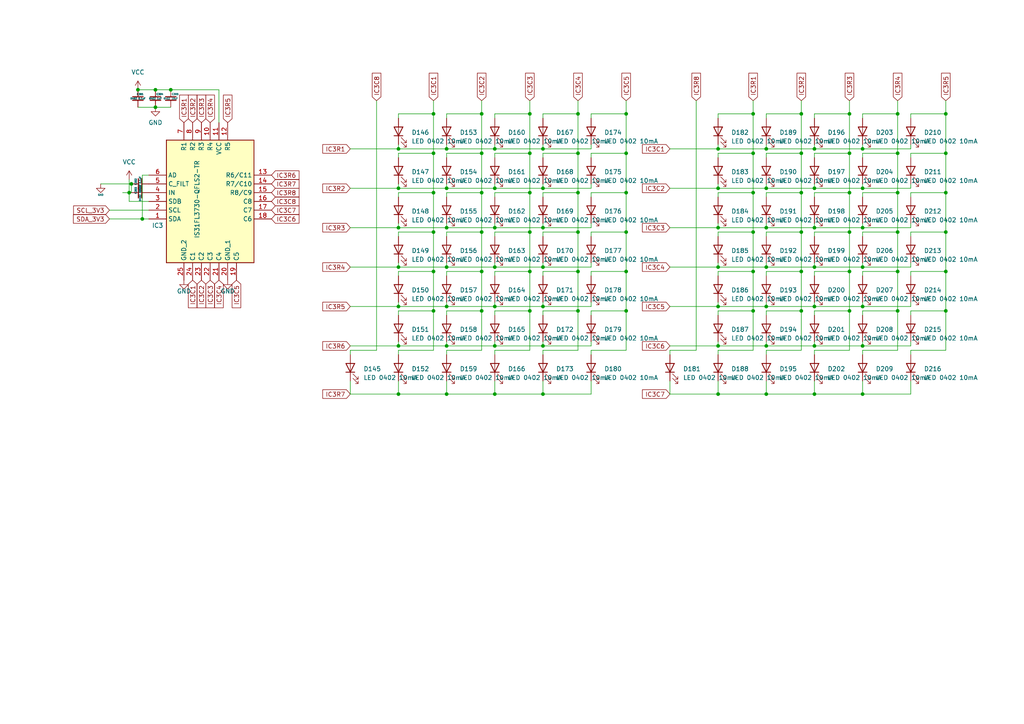
<source format=kicad_sch>
(kicad_sch (version 20231120) (generator "eeschema") (generator_version "8.0")
  (paper "A4")
  (junction (at 157.48 66.04))
  (junction (at 218.44 44.45))
  (junction (at 246.38 67.31))
  (junction (at 236.22 66.04))
  (junction (at 208.28 54.61))
  (junction (at 208.28 66.04))
  (junction (at 157.48 54.61))
  (junction (at 218.44 90.17))
  (junction (at 222.25 66.04))
  (junction (at 115.57 88.9))
  (junction (at 260.35 44.45))
  (junction (at 218.44 67.31))
  (junction (at 157.48 88.9))
  (junction (at 38.1 53.34))
  (junction (at 40.005 26.035))
  (junction (at 246.38 78.74))
  (junction (at 167.64 33.02))
  (junction (at 232.41 44.45))
  (junction (at 208.28 100.33))
  (junction (at 115.57 66.04))
  (junction (at 125.73 78.74))
  (junction (at 157.48 43.18))
  (junction (at 222.25 54.61))
  (junction (at 153.67 44.45))
  (junction (at 115.57 54.61))
  (junction (at 218.44 78.74))
  (junction (at 250.19 66.04))
  (junction (at 250.19 77.47))
  (junction (at 129.54 114.3))
  (junction (at 208.28 88.9))
  (junction (at 129.54 54.61))
  (junction (at 260.35 33.02))
  (junction (at 143.51 88.9))
  (junction (at 274.32 44.45))
  (junction (at 143.51 43.18))
  (junction (at 246.38 90.17))
  (junction (at 153.67 90.17))
  (junction (at 143.51 77.47))
  (junction (at 232.41 90.17))
  (junction (at 260.35 67.31))
  (junction (at 153.67 67.31))
  (junction (at 153.67 55.88))
  (junction (at 250.19 88.9))
  (junction (at 274.32 78.74))
  (junction (at 246.38 55.88))
  (junction (at 49.53 26.035))
  (junction (at 181.61 44.45))
  (junction (at 139.7 90.17))
  (junction (at 236.22 88.9))
  (junction (at 181.61 33.02))
  (junction (at 167.64 44.45))
  (junction (at 139.7 33.02))
  (junction (at 139.7 55.88))
  (junction (at 129.54 77.47))
  (junction (at 222.25 77.47))
  (junction (at 115.57 77.47))
  (junction (at 129.54 43.18))
  (junction (at 274.32 55.88))
  (junction (at 181.61 78.74))
  (junction (at 139.7 78.74))
  (junction (at 125.73 55.88))
  (junction (at 37.465 55.88))
  (junction (at 167.64 55.88))
  (junction (at 153.67 33.02))
  (junction (at 115.57 114.3))
  (junction (at 181.61 67.31))
  (junction (at 232.41 78.74))
  (junction (at 125.73 67.31))
  (junction (at 260.35 78.74))
  (junction (at 143.51 66.04))
  (junction (at 143.51 100.33))
  (junction (at 153.67 78.74))
  (junction (at 222.25 114.3))
  (junction (at 125.73 90.17))
  (junction (at 208.28 114.3))
  (junction (at 115.57 100.33))
  (junction (at 167.64 78.74))
  (junction (at 236.22 114.3))
  (junction (at 139.7 44.45))
  (junction (at 157.48 100.33))
  (junction (at 45.085 26.035))
  (junction (at 222.25 88.9))
  (junction (at 274.32 90.17))
  (junction (at 129.54 88.9))
  (junction (at 143.51 54.61))
  (junction (at 232.41 55.88))
  (junction (at 236.22 100.33))
  (junction (at 157.48 77.47))
  (junction (at 250.19 100.33))
  (junction (at 129.54 100.33))
  (junction (at 208.28 77.47))
  (junction (at 250.19 54.61))
  (junction (at 181.61 90.17))
  (junction (at 167.64 67.31))
  (junction (at 129.54 66.04))
  (junction (at 274.32 67.31))
  (junction (at 139.7 67.31))
  (junction (at 236.22 54.61))
  (junction (at 236.22 77.47))
  (junction (at 232.41 33.02))
  (junction (at 41.275 63.5))
  (junction (at 274.32 33.02))
  (junction (at 115.57 43.18))
  (junction (at 143.51 114.3))
  (junction (at 222.25 43.18))
  (junction (at 250.19 114.3))
  (junction (at 45.085 31.115))
  (junction (at 236.22 43.18))
  (junction (at 181.61 55.88))
  (junction (at 157.48 114.3))
  (junction (at 208.28 43.18))
  (junction (at 246.38 44.45))
  (junction (at 246.38 33.02))
  (junction (at 250.19 43.18))
  (junction (at 218.44 33.02))
  (junction (at 260.35 90.17))
  (junction (at 125.73 44.45))
  (junction (at 125.73 33.02))
  (junction (at 260.35 55.88))
  (junction (at 222.25 100.33))
  (junction (at 167.64 90.17))
  (junction (at 218.44 55.88))
  (junction (at 232.41 67.31))
  (wire (pts (xy 153.67 55.88) (xy 153.67 67.31)))
  (wire (pts (xy 171.45 80.01) (xy 171.45 78.74)))
  (wire (pts (xy 157.48 53.34) (xy 157.48 54.61)))
  (wire (pts (xy 129.54 90.17) (xy 139.7 90.17)))
  (wire (pts (xy 236.22 78.74) (xy 246.38 78.74)))
  (wire (pts (xy 153.67 78.74) (xy 153.67 90.17)))
  (wire (pts (xy 194.31 100.33) (xy 208.28 100.33)))
  (wire (pts (xy 129.54 57.15) (xy 129.54 55.88)))
  (wire (pts (xy 157.48 64.77) (xy 157.48 66.04)))
  (wire (pts (xy 250.19 57.15) (xy 250.19 55.88)))
  (wire (pts (xy 125.73 67.31) (xy 125.73 78.74)))
  (wire (pts (xy 264.16 43.18) (xy 264.16 41.91)))
  (wire (pts (xy 208.28 55.88) (xy 218.44 55.88)))
  (wire (pts (xy 222.25 88.9) (xy 236.22 88.9)))
  (wire (pts (xy 143.51 101.6) (xy 143.51 102.87)))
  (wire (pts (xy 101.6 101.6) (xy 101.6 102.87)))
  (wire (pts (xy 157.48 88.9) (xy 171.45 88.9)))
  (wire (pts (xy 250.19 34.29) (xy 250.19 33.02)))
  (wire (pts (xy 129.54 33.02) (xy 139.7 33.02)))
  (wire (pts (xy 115.57 57.15) (xy 115.57 55.88)))
  (wire (pts (xy 157.48 45.72) (xy 157.48 44.45)))
  (wire (pts (xy 264.16 67.31) (xy 274.32 67.31)))
  (wire (pts (xy 171.45 110.49) (xy 171.45 114.3)))
  (wire (pts (xy 222.25 66.04) (xy 236.22 66.04)))
  (wire (pts (xy 143.51 41.91) (xy 143.51 43.18)))
  (wire (pts (xy 157.48 54.61) (xy 171.45 54.61)))
  (wire (pts (xy 181.61 67.31) (xy 181.61 55.88)))
  (wire (pts (xy 109.22 29.21) (xy 109.22 101.6)))
  (wire (pts (xy 222.25 53.34) (xy 222.25 54.61)))
  (wire (pts (xy 139.7 29.21) (xy 139.7 33.02)))
  (wire (pts (xy 143.51 67.31) (xy 153.67 67.31)))
  (wire (pts (xy 236.22 101.6) (xy 236.22 102.87)))
  (wire (pts (xy 129.54 66.04) (xy 143.51 66.04)))
  (wire (pts (xy 157.48 76.2) (xy 157.48 77.47)))
  (wire (pts (xy 157.48 78.74) (xy 167.64 78.74)))
  (wire (pts (xy 115.57 91.44) (xy 115.57 90.17)))
  (wire (pts (xy 218.44 29.21) (xy 218.44 33.02)))
  (wire (pts (xy 274.32 33.02) (xy 274.32 29.21)))
  (wire (pts (xy 139.7 101.6) (xy 129.54 101.6)))
  (wire (pts (xy 143.51 88.9) (xy 157.48 88.9)))
  (wire (pts (xy 208.28 68.58) (xy 208.28 67.31)))
  (wire (pts (xy 194.31 88.9) (xy 208.28 88.9)))
  (wire (pts (xy 208.28 66.04) (xy 222.25 66.04)))
  (wire (pts (xy 157.48 99.06) (xy 157.48 100.33)))
  (wire (pts (xy 250.19 99.06) (xy 250.19 100.33)))
  (wire (pts (xy 129.54 54.61) (xy 143.51 54.61)))
  (wire (pts (xy 208.28 91.44) (xy 208.28 90.17)))
  (wire (pts (xy 236.22 34.29) (xy 236.22 33.02)))
  (wire (pts (xy 264.16 68.58) (xy 264.16 67.31)))
  (wire (pts (xy 115.57 99.06) (xy 115.57 100.33)))
  (wire (pts (xy 250.19 110.49) (xy 250.19 114.3)))
  (wire (pts (xy 167.64 101.6) (xy 157.48 101.6)))
  (wire (pts (xy 143.51 80.01) (xy 143.51 78.74)))
  (wire (pts (xy 260.35 55.88) (xy 260.35 67.31)))
  (wire (pts (xy 236.22 68.58) (xy 236.22 67.31)))
  (wire (pts (xy 143.51 33.02) (xy 153.67 33.02)))
  (wire (pts (xy 222.25 44.45) (xy 232.41 44.45)))
  (wire (pts (xy 171.45 88.9) (xy 171.45 87.63)))
  (wire (pts (xy 208.28 44.45) (xy 218.44 44.45)))
  (wire (pts (xy 143.51 66.04) (xy 157.48 66.04)))
  (wire (pts (xy 143.51 99.06) (xy 143.51 100.33)))
  (wire (pts (xy 181.61 44.45) (xy 181.61 33.02)))
  (wire (pts (xy 49.53 26.035) (xy 45.085 26.035)))
  (wire (pts (xy 264.16 57.15) (xy 264.16 55.88)))
  (wire (pts (xy 153.67 44.45) (xy 153.67 55.88)))
  (wire (pts (xy 264.16 66.04) (xy 264.16 64.77)))
  (wire (pts (xy 129.54 80.01) (xy 129.54 78.74)))
  (wire (pts (xy 218.44 67.31) (xy 218.44 78.74)))
  (wire (pts (xy 222.25 91.44) (xy 222.25 90.17)))
  (wire (pts (xy 194.31 43.18) (xy 208.28 43.18)))
  (wire (pts (xy 264.16 78.74) (xy 274.32 78.74)))
  (wire (pts (xy 129.54 76.2) (xy 129.54 77.47)))
  (wire (pts (xy 246.38 55.88) (xy 246.38 67.31)))
  (wire (pts (xy 167.64 29.21) (xy 167.64 33.02)))
  (wire (pts (xy 232.41 29.21) (xy 232.41 33.02)))
  (wire (pts (xy 274.32 44.45) (xy 274.32 33.02)))
  (wire (pts (xy 236.22 100.33) (xy 250.19 100.33)))
  (wire (pts (xy 143.51 64.77) (xy 143.51 66.04)))
  (wire (pts (xy 129.54 41.91) (xy 129.54 43.18)))
  (wire (pts (xy 143.51 77.47) (xy 157.48 77.47)))
  (wire (pts (xy 218.44 33.02) (xy 218.44 44.45)))
  (wire (pts (xy 115.57 80.01) (xy 115.57 78.74)))
  (wire (pts (xy 232.41 78.74) (xy 232.41 90.17)))
  (wire (pts (xy 167.64 33.02) (xy 167.64 44.45)))
  (wire (pts (xy 129.54 43.18) (xy 143.51 43.18)))
  (wire (pts (xy 143.51 110.49) (xy 143.51 114.3)))
  (wire (pts (xy 260.35 78.74) (xy 260.35 90.17)))
  (wire (pts (xy 264.16 91.44) (xy 264.16 90.17)))
  (wire (pts (xy 171.45 66.04) (xy 171.45 64.77)))
  (wire (pts (xy 101.6 114.3) (xy 115.57 114.3)))
  (wire (pts (xy 208.28 80.01) (xy 208.28 78.74)))
  (wire (pts (xy 222.25 76.2) (xy 222.25 77.47)))
  (wire (pts (xy 115.57 101.6) (xy 115.57 102.87)))
  (wire (pts (xy 115.57 41.91) (xy 115.57 43.18)))
  (wire (pts (xy 37.465 52.07) (xy 37.465 55.88)))
  (wire (pts (xy 246.38 78.74) (xy 246.38 90.17)))
  (wire (pts (xy 236.22 64.77) (xy 236.22 66.04)))
  (wire (pts (xy 208.28 100.33) (xy 222.25 100.33)))
  (wire (pts (xy 129.54 77.47) (xy 143.51 77.47)))
  (wire (pts (xy 157.48 55.88) (xy 167.64 55.88)))
  (wire (pts (xy 222.25 87.63) (xy 222.25 88.9)))
  (wire (pts (xy 246.38 33.02) (xy 246.38 44.45)))
  (wire (pts (xy 264.16 54.61) (xy 264.16 53.34)))
  (wire (pts (xy 157.48 87.63) (xy 157.48 88.9)))
  (wire (pts (xy 143.51 44.45) (xy 153.67 44.45)))
  (wire (pts (xy 125.73 78.74) (xy 125.73 90.17)))
  (wire (pts (xy 171.45 43.18) (xy 171.45 41.91)))
  (wire (pts (xy 222.25 54.61) (xy 236.22 54.61)))
  (wire (pts (xy 194.31 54.61) (xy 208.28 54.61)))
  (wire (pts (xy 264.16 44.45) (xy 274.32 44.45)))
  (wire (pts (xy 143.51 68.58) (xy 143.51 67.31)))
  (wire (pts (xy 218.44 44.45) (xy 218.44 55.88)))
  (wire (pts (xy 264.16 45.72) (xy 264.16 44.45)))
  (wire (pts (xy 236.22 57.15) (xy 236.22 55.88)))
  (wire (pts (xy 167.64 90.17) (xy 167.64 101.6)))
  (wire (pts (xy 201.93 29.21) (xy 201.93 101.6)))
  (wire (pts (xy 115.57 68.58) (xy 115.57 67.31)))
  (wire (pts (xy 246.38 101.6) (xy 236.22 101.6)))
  (wire (pts (xy 236.22 53.34) (xy 236.22 54.61)))
  (wire (pts (xy 264.16 101.6) (xy 274.32 101.6)))
  (wire (pts (xy 115.57 90.17) (xy 125.73 90.17)))
  (wire (pts (xy 171.45 44.45) (xy 181.61 44.45)))
  (wire (pts (xy 236.22 54.61) (xy 250.19 54.61)))
  (wire (pts (xy 264.16 34.29) (xy 264.16 33.02)))
  (wire (pts (xy 250.19 77.47) (xy 264.16 77.47)))
  (wire (pts (xy 246.38 90.17) (xy 246.38 101.6)))
  (wire (pts (xy 143.51 78.74) (xy 153.67 78.74)))
  (wire (pts (xy 208.28 34.29) (xy 208.28 33.02)))
  (wire (pts (xy 250.19 101.6) (xy 250.19 102.87)))
  (wire (pts (xy 208.28 76.2) (xy 208.28 77.47)))
  (wire (pts (xy 157.48 101.6) (xy 157.48 102.87)))
  (wire (pts (xy 157.48 100.33) (xy 171.45 100.33)))
  (wire (pts (xy 232.41 101.6) (xy 222.25 101.6)))
  (wire (pts (xy 153.67 90.17) (xy 153.67 101.6)))
  (wire (pts (xy 49.53 31.115) (xy 45.085 31.115)))
  (wire (pts (xy 264.16 33.02) (xy 274.32 33.02)))
  (wire (pts (xy 157.48 110.49) (xy 157.48 114.3)))
  (wire (pts (xy 157.48 67.31) (xy 167.64 67.31)))
  (wire (pts (xy 208.28 78.74) (xy 218.44 78.74)))
  (wire (pts (xy 167.64 44.45) (xy 167.64 55.88)))
  (wire (pts (xy 208.28 77.47) (xy 222.25 77.47)))
  (wire (pts (xy 218.44 78.74) (xy 218.44 90.17)))
  (wire (pts (xy 222.25 33.02) (xy 232.41 33.02)))
  (wire (pts (xy 250.19 41.91) (xy 250.19 43.18)))
  (wire (pts (xy 194.31 77.47) (xy 208.28 77.47)))
  (wire (pts (xy 115.57 53.34) (xy 115.57 54.61)))
  (wire (pts (xy 171.45 91.44) (xy 171.45 90.17)))
  (wire (pts (xy 236.22 114.3) (xy 250.19 114.3)))
  (wire (pts (xy 139.7 55.88) (xy 139.7 67.31)))
  (wire (pts (xy 115.57 34.29) (xy 115.57 33.02)))
  (wire (pts (xy 274.32 55.88) (xy 274.32 44.45)))
  (wire (pts (xy 31.75 63.5) (xy 41.275 63.5)))
  (wire (pts (xy 250.19 54.61) (xy 264.16 54.61)))
  (wire (pts (xy 40.005 26.035) (xy 45.085 26.035)))
  (wire (pts (xy 208.28 110.49) (xy 208.28 114.3)))
  (wire (pts (xy 129.54 91.44) (xy 129.54 90.17)))
  (wire (pts (xy 222.25 110.49) (xy 222.25 114.3)))
  (wire (pts (xy 274.32 78.74) (xy 274.32 67.31)))
  (wire (pts (xy 101.6 54.61) (xy 115.57 54.61)))
  (wire (pts (xy 167.64 67.31) (xy 167.64 78.74)))
  (wire (pts (xy 129.54 101.6) (xy 129.54 102.87)))
  (wire (pts (xy 157.48 90.17) (xy 167.64 90.17)))
  (wire (pts (xy 115.57 88.9) (xy 129.54 88.9)))
  (wire (pts (xy 232.41 90.17) (xy 232.41 101.6)))
  (wire (pts (xy 115.57 55.88) (xy 125.73 55.88)))
  (wire (pts (xy 129.54 64.77) (xy 129.54 66.04)))
  (wire (pts (xy 139.7 90.17) (xy 139.7 101.6)))
  (wire (pts (xy 41.275 63.5) (xy 43.18 63.5)))
  (wire (pts (xy 260.35 90.17) (xy 260.35 101.6)))
  (wire (pts (xy 222.25 57.15) (xy 222.25 55.88)))
  (wire (pts (xy 157.48 33.02) (xy 167.64 33.02)))
  (wire (pts (xy 222.25 64.77) (xy 222.25 66.04)))
  (wire (pts (xy 129.54 44.45) (xy 139.7 44.45)))
  (wire (pts (xy 250.19 100.33) (xy 264.16 100.33)))
  (wire (pts (xy 181.61 90.17) (xy 181.61 78.74)))
  (wire (pts (xy 232.41 55.88) (xy 232.41 67.31)))
  (wire (pts (xy 171.45 101.6) (xy 171.45 102.87)))
  (wire (pts (xy 31.75 60.96) (xy 43.18 60.96)))
  (wire (pts (xy 157.48 57.15) (xy 157.48 55.88)))
  (wire (pts (xy 274.32 90.17) (xy 274.32 78.74)))
  (wire (pts (xy 143.51 76.2) (xy 143.51 77.47)))
  (wire (pts (xy 129.54 45.72) (xy 129.54 44.45)))
  (wire (pts (xy 125.73 33.02) (xy 125.73 44.45)))
  (wire (pts (xy 143.51 53.34) (xy 143.51 54.61)))
  (wire (pts (xy 45.085 31.115) (xy 40.005 31.115)))
  (wire (pts (xy 115.57 78.74) (xy 125.73 78.74)))
  (wire (pts (xy 250.19 67.31) (xy 260.35 67.31)))
  (wire (pts (xy 101.6 66.04) (xy 115.57 66.04)))
  (wire (pts (xy 38.1 53.34) (xy 38.1 55.88)))
  (wire (pts (xy 194.31 66.04) (xy 208.28 66.04)))
  (wire (pts (xy 236.22 77.47) (xy 250.19 77.47)))
  (wire (pts (xy 222.25 68.58) (xy 222.25 67.31)))
  (wire (pts (xy 208.28 67.31) (xy 218.44 67.31)))
  (wire (pts (xy 222.25 114.3) (xy 236.22 114.3)))
  (wire (pts (xy 236.22 110.49) (xy 236.22 114.3)))
  (wire (pts (xy 143.51 91.44) (xy 143.51 90.17)))
  (wire (pts (xy 218.44 90.17) (xy 218.44 101.6)))
  (wire (pts (xy 260.35 101.6) (xy 250.19 101.6)))
  (wire (pts (xy 208.28 101.6) (xy 208.28 102.87)))
  (wire (pts (xy 101.6 88.9) (xy 115.57 88.9)))
  (wire (pts (xy 246.38 29.21) (xy 246.38 33.02)))
  (wire (pts (xy 101.6 100.33) (xy 115.57 100.33)))
  (wire (pts (xy 222.25 99.06) (xy 222.25 100.33)))
  (wire (pts (xy 264.16 55.88) (xy 274.32 55.88)))
  (wire (pts (xy 208.28 41.91) (xy 208.28 43.18)))
  (wire (pts (xy 232.41 67.31) (xy 232.41 78.74)))
  (wire (pts (xy 125.73 90.17) (xy 125.73 101.6)))
  (wire (pts (xy 232.41 33.02) (xy 232.41 44.45)))
  (wire (pts (xy 157.48 34.29) (xy 157.48 33.02)))
  (wire (pts (xy 129.54 34.29) (xy 129.54 33.02)))
  (wire (pts (xy 35.56 55.88) (xy 37.465 55.88)))
  (wire (pts (xy 171.45 57.15) (xy 171.45 55.88)))
  (wire (pts (xy 139.7 33.02) (xy 139.7 44.45)))
  (wire (pts (xy 218.44 55.88) (xy 218.44 67.31)))
  (wire (pts (xy 125.73 29.21) (xy 125.73 33.02)))
  (wire (pts (xy 101.6 114.3) (xy 101.6 110.49)))
  (wire (pts (xy 115.57 100.33) (xy 129.54 100.33)))
  (wire (pts (xy 250.19 90.17) (xy 260.35 90.17)))
  (wire (pts (xy 115.57 64.77) (xy 115.57 66.04)))
  (wire (pts (xy 171.45 33.02) (xy 181.61 33.02)))
  (wire (pts (xy 157.48 66.04) (xy 171.45 66.04)))
  (wire (pts (xy 157.48 43.18) (xy 171.45 43.18)))
  (wire (pts (xy 222.25 78.74) (xy 232.41 78.74)))
  (wire (pts (xy 171.45 78.74) (xy 181.61 78.74)))
  (wire (pts (xy 129.54 55.88) (xy 139.7 55.88)))
  (wire (pts (xy 157.48 44.45) (xy 167.64 44.45)))
  (wire (pts (xy 143.51 100.33) (xy 157.48 100.33)))
  (wire (pts (xy 236.22 33.02) (xy 246.38 33.02)))
  (wire (pts (xy 250.19 78.74) (xy 260.35 78.74)))
  (wire (pts (xy 208.28 43.18) (xy 222.25 43.18)))
  (wire (pts (xy 171.45 77.47) (xy 171.45 76.2)))
  (wire (pts (xy 208.28 99.06) (xy 208.28 100.33)))
  (wire (pts (xy 171.45 68.58) (xy 171.45 67.31)))
  (wire (pts (xy 115.57 67.31) (xy 125.73 67.31)))
  (wire (pts (xy 157.48 68.58) (xy 157.48 67.31)))
  (wire (pts (xy 139.7 67.31) (xy 139.7 78.74)))
  (wire (pts (xy 236.22 45.72) (xy 236.22 44.45)))
  (wire (pts (xy 194.31 114.3) (xy 194.31 110.49)))
  (wire (pts (xy 250.19 76.2) (xy 250.19 77.47)))
  (wire (pts (xy 125.73 101.6) (xy 115.57 101.6)))
  (wire (pts (xy 250.19 53.34) (xy 250.19 54.61)))
  (wire (pts (xy 157.48 91.44) (xy 157.48 90.17)))
  (wire (pts (xy 201.93 101.6) (xy 194.31 101.6)))
  (wire (pts (xy 250.19 68.58) (xy 250.19 67.31)))
  (wire (pts (xy 101.6 77.47) (xy 115.57 77.47)))
  (wire (pts (xy 250.19 66.04) (xy 264.16 66.04)))
  (wire (pts (xy 222.25 34.29) (xy 222.25 33.02)))
  (wire (pts (xy 181.61 78.74) (xy 181.61 67.31)))
  (wire (pts (xy 63.5 35.56) (xy 63.5 26.035)))
  (wire (pts (xy 250.19 114.3) (xy 264.16 114.3)))
  (wire (pts (xy 218.44 101.6) (xy 208.28 101.6)))
  (wire (pts (xy 139.7 78.74) (xy 139.7 90.17)))
  (wire (pts (xy 129.54 99.06) (xy 129.54 100.33)))
  (wire (pts (xy 115.57 77.47) (xy 129.54 77.47)))
  (wire (pts (xy 250.19 64.77) (xy 250.19 66.04)))
  (wire (pts (xy 236.22 99.06) (xy 236.22 100.33)))
  (wire (pts (xy 129.54 67.31) (xy 139.7 67.31)))
  (wire (pts (xy 157.48 77.47) (xy 171.45 77.47)))
  (wire (pts (xy 236.22 91.44) (xy 236.22 90.17)))
  (wire (pts (xy 250.19 80.01) (xy 250.19 78.74)))
  (wire (pts (xy 143.51 90.17) (xy 153.67 90.17)))
  (wire (pts (xy 264.16 77.47) (xy 264.16 76.2)))
  (wire (pts (xy 129.54 88.9) (xy 143.51 88.9)))
  (wire (pts (xy 250.19 43.18) (xy 264.16 43.18)))
  (wire (pts (xy 129.54 87.63) (xy 129.54 88.9)))
  (wire (pts (xy 222.25 55.88) (xy 232.41 55.88)))
  (wire (pts (xy 260.35 44.45) (xy 260.35 55.88)))
  (wire (pts (xy 264.16 90.17) (xy 274.32 90.17)))
  (wire (pts (xy 153.67 101.6) (xy 143.51 101.6)))
  (wire (pts (xy 222.25 77.47) (xy 236.22 77.47)))
  (wire (pts (xy 222.25 90.17) (xy 232.41 90.17)))
  (wire (pts (xy 101.6 43.18) (xy 115.57 43.18)))
  (wire (pts (xy 157.48 114.3) (xy 171.45 114.3)))
  (wire (pts (xy 167.64 55.88) (xy 167.64 67.31)))
  (wire (pts (xy 157.48 41.91) (xy 157.48 43.18)))
  (wire (pts (xy 236.22 66.04) (xy 250.19 66.04)))
  (wire (pts (xy 181.61 33.02) (xy 181.61 29.21)))
  (wire (pts (xy 236.22 76.2) (xy 236.22 77.47)))
  (wire (pts (xy 222.25 41.91) (xy 222.25 43.18)))
  (wire (pts (xy 236.22 87.63) (xy 236.22 88.9)))
  (wire (pts (xy 236.22 44.45) (xy 246.38 44.45)))
  (wire (pts (xy 236.22 80.01) (xy 236.22 78.74)))
  (wire (pts (xy 143.51 87.63) (xy 143.51 88.9)))
  (wire (pts (xy 143.51 57.15) (xy 143.51 55.88)))
  (wire (pts (xy 236.22 88.9) (xy 250.19 88.9)))
  (wire (pts (xy 143.51 45.72) (xy 143.51 44.45)))
  (wire (pts (xy 194.31 114.3) (xy 208.28 114.3)))
  (wire (pts (xy 157.48 80.01) (xy 157.48 78.74)))
  (wire (pts (xy 194.31 101.6) (xy 194.31 102.87)))
  (wire (pts (xy 171.45 100.33) (xy 171.45 99.06)))
  (wire (pts (xy 37.465 55.88) (xy 37.465 58.42)))
  (wire (pts (xy 264.16 101.6) (xy 264.16 102.87)))
  (wire (pts (xy 167.64 78.74) (xy 167.64 90.17)))
  (wire (pts (xy 208.28 87.63) (xy 208.28 88.9)))
  (wire (pts (xy 274.32 101.6) (xy 274.32 90.17)))
  (wire (pts (xy 41.275 50.8) (xy 43.18 50.8)))
  (wire (pts (xy 250.19 88.9) (xy 264.16 88.9)))
  (wire (pts (xy 222.25 101.6) (xy 222.25 102.87)))
  (wire (pts (xy 153.67 29.21) (xy 153.67 33.02)))
  (wire (pts (xy 171.45 67.31) (xy 181.61 67.31)))
  (wire (pts (xy 236.22 41.91) (xy 236.22 43.18)))
  (wire (pts (xy 246.38 44.45) (xy 246.38 55.88)))
  (wire (pts (xy 250.19 91.44) (xy 250.19 90.17)))
  (wire (pts (xy 115.57 110.49) (xy 115.57 114.3)))
  (wire (pts (xy 236.22 90.17) (xy 246.38 90.17)))
  (wire (pts (xy 232.41 44.45) (xy 232.41 55.88)))
  (wire (pts (xy 250.19 33.02) (xy 260.35 33.02)))
  (wire (pts (xy 125.73 44.45) (xy 125.73 55.88)))
  (wire (pts (xy 115.57 45.72) (xy 115.57 44.45)))
  (wire (pts (xy 171.45 45.72) (xy 171.45 44.45)))
  (wire (pts (xy 208.28 90.17) (xy 218.44 90.17)))
  (wire (pts (xy 143.51 43.18) (xy 157.48 43.18)))
  (wire (pts (xy 41.275 63.5) (xy 41.275 50.8)))
  (wire (pts (xy 171.45 90.17) (xy 181.61 90.17)))
  (wire (pts (xy 208.28 64.77) (xy 208.28 66.04)))
  (wire (pts (xy 171.45 34.29) (xy 171.45 33.02)))
  (wire (pts (xy 129.54 68.58) (xy 129.54 67.31)))
  (wire (pts (xy 222.25 100.33) (xy 236.22 100.33)))
  (wire (pts (xy 260.35 29.21) (xy 260.35 33.02)))
  (wire (pts (xy 129.54 100.33) (xy 143.51 100.33)))
  (wire (pts (xy 49.53 26.035) (xy 63.5 26.035)))
  (wire (pts (xy 222.25 80.01) (xy 222.25 78.74)))
  (wire (pts (xy 264.16 88.9) (xy 264.16 87.63)))
  (wire (pts (xy 236.22 67.31) (xy 246.38 67.31)))
  (wire (pts (xy 171.45 54.61) (xy 171.45 53.34)))
  (wire (pts (xy 250.19 44.45) (xy 260.35 44.45)))
  (wire (pts (xy 246.38 67.31) (xy 246.38 78.74)))
  (wire (pts (xy 274.32 67.31) (xy 274.32 55.88)))
  (wire (pts (xy 153.67 33.02) (xy 153.67 44.45)))
  (wire (pts (xy 208.28 33.02) (xy 218.44 33.02)))
  (wire (pts (xy 208.28 88.9) (xy 222.25 88.9)))
  (wire (pts (xy 38.1 53.34) (xy 29.21 53.34)))
  (wire (pts (xy 143.51 114.3) (xy 157.48 114.3)))
  (wire (pts (xy 115.57 54.61) (xy 129.54 54.61)))
  (wire (pts (xy 208.28 114.3) (xy 222.25 114.3)))
  (wire (pts (xy 208.28 54.61) (xy 222.25 54.61)))
  (wire (pts (xy 125.73 55.88) (xy 125.73 67.31)))
  (wire (pts (xy 129.54 78.74) (xy 139.7 78.74)))
  (wire (pts (xy 208.28 45.72) (xy 208.28 44.45)))
  (wire (pts (xy 143.51 55.88) (xy 153.67 55.88)))
  (wire (pts (xy 139.7 44.45) (xy 139.7 55.88)))
  (wire (pts (xy 260.35 33.02) (xy 260.35 44.45)))
  (wire (pts (xy 260.35 67.31) (xy 260.35 78.74)))
  (wire (pts (xy 264.16 80.01) (xy 264.16 78.74)))
  (wire (pts (xy 236.22 55.88) (xy 246.38 55.88)))
  (wire (pts (xy 153.67 67.31) (xy 153.67 78.74)))
  (wire (pts (xy 250.19 55.88) (xy 260.35 55.88)))
  (wire (pts (xy 250.19 45.72) (xy 250.19 44.45)))
  (wire (pts (xy 129.54 110.49) (xy 129.54 114.3)))
  (wire (pts (xy 115.57 66.04) (xy 129.54 66.04)))
  (wire (pts (xy 181.61 55.88) (xy 181.61 44.45)))
  (wire (pts (xy 236.22 43.18) (xy 250.19 43.18)))
  (wire (pts (xy 250.19 87.63) (xy 250.19 88.9)))
  (wire (pts (xy 222.25 43.18) (xy 236.22 43.18)))
  (wire (pts (xy 129.54 114.3) (xy 143.51 114.3)))
  (wire (pts (xy 181.61 101.6) (xy 181.61 90.17)))
  (wire (pts (xy 115.57 44.45) (xy 125.73 44.45)))
  (wire (pts (xy 222.25 45.72) (xy 222.25 44.45)))
  (wire (pts (xy 115.57 114.3) (xy 129.54 114.3)))
  (wire (pts (xy 171.45 55.88) (xy 181.61 55.88)))
  (wire (pts (xy 115.57 33.02) (xy 125.73 33.02)))
  (wire (pts (xy 129.54 53.34) (xy 129.54 54.61)))
  (wire (pts (xy 264.16 110.49) (xy 264.16 114.3)))
  (wire (pts (xy 115.57 43.18) (xy 129.54 43.18)))
  (wire (pts (xy 208.28 53.34) (xy 208.28 54.61)))
  (wire (pts (xy 109.22 101.6) (xy 101.6 101.6)))
  (wire (pts (xy 143.51 54.61) (xy 157.48 54.61)))
  (wire (pts (xy 37.465 58.42) (xy 43.18 58.42)))
  (wire (pts (xy 208.28 57.15) (xy 208.28 55.88)))
  (wire (pts (xy 115.57 76.2) (xy 115.57 77.47)))
  (wire (pts (xy 264.16 100.33) (xy 264.16 99.06)))
  (wire (pts (xy 115.57 87.63) (xy 115.57 88.9)))
  (wire (pts (xy 171.45 101.6) (xy 181.61 101.6)))
  (wire (pts (xy 143.51 34.29) (xy 143.51 33.02)))
  (wire (pts (xy 222.25 67.31) (xy 232.41 67.31)))
  (global_label "IC3C4" (shape input) (at 194.31 77.47 180) (property "Intersheetrefs" "${INTERSHEET_REFS}" (effects (hide yes))))
  (global_label "IC3R7" (shape input) (at 101.6 114.3 180) (property "Intersheetrefs" "${INTERSHEET_REFS}" (effects (hide yes))))
  (global_label "IC3R1" (shape input) (at 218.44 29.21 90) (property "Intersheetrefs" "${INTERSHEET_REFS}" (effects (hide yes))))
  (global_label "IC3R4" (shape input) (at 60.96 35.56 90) (property "Intersheetrefs" "${INTERSHEET_REFS}" (effects (hide yes))))
  (global_label "IC3C8" (shape input) (at 78.74 58.42 0) (property "Intersheetrefs" "${INTERSHEET_REFS}" (effects (hide yes))))
  (global_label "IC3R1" (shape input) (at 53.34 35.56 90) (property "Intersheetrefs" "${INTERSHEET_REFS}" (effects (hide yes))))
  (global_label "IC3C6" (shape input) (at 78.74 63.5 0) (property "Intersheetrefs" "${INTERSHEET_REFS}" (effects (hide yes))))
  (global_label "IC3C5" (shape input) (at 68.58 81.28 270) (property "Intersheetrefs" "${INTERSHEET_REFS}" (effects (hide yes))))
  (global_label "IC3C1" (shape input) (at 125.73 29.21 90) (property "Intersheetrefs" "${INTERSHEET_REFS}" (effects (hide yes))))
  (global_label "IC3C3" (shape input) (at 153.67 29.21 90) (property "Intersheetrefs" "${INTERSHEET_REFS}" (effects (hide yes))))
  (global_label "IC3C5" (shape input) (at 194.31 88.9 180) (property "Intersheetrefs" "${INTERSHEET_REFS}" (effects (hide yes))))
  (global_label "IC3R2" (shape input) (at 55.88 35.56 90) (property "Intersheetrefs" "${INTERSHEET_REFS}" (effects (hide yes))))
  (global_label "IC3C1" (shape input) (at 194.31 43.18 180) (property "Intersheetrefs" "${INTERSHEET_REFS}" (effects (hide yes))))
  (global_label "IC3C8" (shape input) (at 109.22 29.21 90) (property "Intersheetrefs" "${INTERSHEET_REFS}" (effects (hide yes))))
  (global_label "IC3R4" (shape input) (at 101.6 77.47 180) (property "Intersheetrefs" "${INTERSHEET_REFS}" (effects (hide yes))))
  (global_label "IC3R8" (shape input) (at 201.93 29.21 90) (property "Intersheetrefs" "${INTERSHEET_REFS}" (effects (hide yes))))
  (global_label "IC3R4" (shape input) (at 260.35 29.21 90) (property "Intersheetrefs" "${INTERSHEET_REFS}" (effects (hide yes))))
  (global_label "IC3R6" (shape input) (at 78.74 50.8 0) (property "Intersheetrefs" "${INTERSHEET_REFS}" (effects (hide yes))))
  (global_label "IC3C3" (shape input) (at 60.96 81.28 270) (property "Intersheetrefs" "${INTERSHEET_REFS}" (effects (hide yes))))
  (global_label "IC3R3" (shape input) (at 58.42 35.56 90) (property "Intersheetrefs" "${INTERSHEET_REFS}" (effects (hide yes))))
  (global_label "IC3R7" (shape input) (at 78.74 53.34 0) (property "Intersheetrefs" "${INTERSHEET_REFS}" (effects (hide yes))))
  (global_label "SDA_3V3" (shape input) (at 31.75 63.5 180) (property "Intersheetrefs" "${INTERSHEET_REFS}" (effects (hide yes))))
  (global_label "IC3C4" (shape input) (at 63.5 81.28 270) (property "Intersheetrefs" "${INTERSHEET_REFS}" (effects (hide yes))))
  (global_label "IC3C2" (shape input) (at 139.7 29.21 90) (property "Intersheetrefs" "${INTERSHEET_REFS}" (effects (hide yes))))
  (global_label "IC3R8" (shape input) (at 78.74 55.88 0) (property "Intersheetrefs" "${INTERSHEET_REFS}" (effects (hide yes))))
  (global_label "IC3C7" (shape input) (at 194.31 114.3 180) (property "Intersheetrefs" "${INTERSHEET_REFS}" (effects (hide yes))))
  (global_label "IC3R5" (shape input) (at 274.32 29.21 90) (property "Intersheetrefs" "${INTERSHEET_REFS}" (effects (hide yes))))
  (global_label "IC3C6" (shape input) (at 194.31 100.33 180) (property "Intersheetrefs" "${INTERSHEET_REFS}" (effects (hide yes))))
  (global_label "IC3R2" (shape input) (at 101.6 54.61 180) (property "Intersheetrefs" "${INTERSHEET_REFS}" (effects (hide yes))))
  (global_label "IC3R5" (shape input) (at 66.04 35.56 90) (property "Intersheetrefs" "${INTERSHEET_REFS}" (effects (hide yes))))
  (global_label "IC3R5" (shape input) (at 101.6 88.9 180) (property "Intersheetrefs" "${INTERSHEET_REFS}" (effects (hide yes))))
  (global_label "IC3R2" (shape input) (at 232.41 29.21 90) (property "Intersheetrefs" "${INTERSHEET_REFS}" (effects (hide yes))))
  (global_label "SCL_3V3" (shape input) (at 31.75 60.96 180) (property "Intersheetrefs" "${INTERSHEET_REFS}" (effects (hide yes))))
  (global_label "IC3C4" (shape input) (at 167.64 29.21 90) (property "Intersheetrefs" "${INTERSHEET_REFS}" (effects (hide yes))))
  (global_label "IC3R1" (shape input) (at 101.6 43.18 180) (property "Intersheetrefs" "${INTERSHEET_REFS}" (effects (hide yes))))
  (global_label "IC3R3" (shape input) (at 101.6 66.04 180) (property "Intersheetrefs" "${INTERSHEET_REFS}" (effects (hide yes))))
  (global_label "IC3C3" (shape input) (at 194.31 66.04 180) (property "Intersheetrefs" "${INTERSHEET_REFS}" (effects (hide yes))))
  (global_label "IC3C2" (shape input) (at 194.31 54.61 180) (property "Intersheetrefs" "${INTERSHEET_REFS}" (effects (hide yes))))
  (global_label "IC3C5" (shape input) (at 181.61 29.21 90) (property "Intersheetrefs" "${INTERSHEET_REFS}" (effects (hide yes))))
  (global_label "IC3R3" (shape input) (at 246.38 29.21 90) (property "Intersheetrefs" "${INTERSHEET_REFS}" (effects (hide yes))))
  (global_label "IC3C2" (shape input) (at 58.42 81.28 270) (property "Intersheetrefs" "${INTERSHEET_REFS}" (effects (hide yes))))
  (global_label "IC3R6" (shape input) (at 101.6 100.33 180) (property "Intersheetrefs" "${INTERSHEET_REFS}" (effects (hide yes))))
  (global_label "IC3C7" (shape input) (at 78.74 60.96 0) (property "Intersheetrefs" "${INTERSHEET_REFS}" (effects (hide yes))))
  (global_label "IC3C1" (shape input) (at 55.88 81.28 270) (property "Intersheetrefs" "${INTERSHEET_REFS}" (effects (hide yes))))
  (symbol (lib_id "power:GND") (at 53.34 81.28 0) (mirror y) (unit 1)
    (property "Reference" "#PWR020" (effects (hide yes)))
    (property "Value" "GND" (at 53.34 84.455 0))
  )
  (symbol (lib_id "Device:LED") (at 143.51 83.82 90) (unit 1)
    (property "Reference" "D164" (at 147.32 84.1375 90) (effects (justify right)))
    (property "Value" "LED 0402 10mA" (at 147.32 86.6775 90) (effects (justify right)))
    (property "Footprint" "LED_SMD:LED_0402_1005Metric" (effects (hide yes)))
  )
  (symbol (lib_id "Device:C_Small") (at 45.085 28.575 0) (unit 1)
    (property "Reference" "C304" (at 46.355 27.305 0) (effects (font (size 0.5 0.5))))
    (property "Value" "0402 1uF" (at 45.085 28.575 0) (effects (font (size 0.5 0.5))))
    (property "Footprint" "Capacitor_SMD:C_0402_1005Metric" (effects (hide yes)))
  )
  (symbol (lib_id "Device:C_Small") (at 40.64 53.34 90) (unit 1)
    (property "Reference" "C302" (at 39.37 52.705 0) (effects (font (size 0.5 0.5))))
    (property "Value" "0402 0.1uF" (at 40.64 53.34 0) (effects (font (size 0.5 0.5))))
    (property "Footprint" "Capacitor_SMD:C_0402_1005Metric" (effects (hide yes)))
  )
  (symbol (lib_id "Device:LED") (at 157.48 38.1 90) (unit 1)
    (property "Reference" "D167" (at 161.29 38.4175 90) (effects (justify right)))
    (property "Value" "LED 0402 10mA" (at 161.29 40.9575 90) (effects (justify right)))
    (property "Footprint" "LED_SMD:LED_0402_1005Metric" (effects (hide yes)))
  )
  (symbol (lib_id "Device:LED") (at 250.19 38.1 90) (unit 1)
    (property "Reference" "D203" (at 254 38.4175 90) (effects (justify right)))
    (property "Value" "LED 0402 10mA" (at 254 40.9575 90) (effects (justify right)))
    (property "Footprint" "LED_SMD:LED_0402_1005Metric" (effects (hide yes)))
  )
  (symbol (lib_id "Device:LED") (at 222.25 72.39 90) (unit 1)
    (property "Reference" "D192" (at 226.06 72.7075 90) (effects (justify right)))
    (property "Value" "LED 0402 10mA" (at 226.06 75.2475 90) (effects (justify right)))
    (property "Footprint" "LED_SMD:LED_0402_1005Metric" (effects (hide yes)))
  )
  (symbol (lib_id "Device:LED") (at 236.22 60.96 90) (unit 1)
    (property "Reference" "D198" (at 240.03 61.2775 90) (effects (justify right)))
    (property "Value" "LED 0402 10mA" (at 240.03 63.8175 90) (effects (justify right)))
    (property "Footprint" "LED_SMD:LED_0402_1005Metric" (effects (hide yes)))
  )
  (symbol (lib_id "Device:LED") (at 129.54 38.1 90) (unit 1)
    (property "Reference" "D153" (at 133.35 38.4175 90) (effects (justify right)))
    (property "Value" "LED 0402 10mA" (at 133.35 40.9575 90) (effects (justify right)))
    (property "Footprint" "LED_SMD:LED_0402_1005Metric" (effects (hide yes)))
  )
  (symbol (lib_id "power:GND") (at 29.21 53.34 0) (unit 1)
    (property "Reference" "#PWR06" (effects (hide yes)))
    (property "Value" "GND" (at 29.21 56.515 0) (effects (font (size 0.5 0.5))))
  )
  (symbol (lib_id "Device:LED") (at 208.28 60.96 90) (unit 1)
    (property "Reference" "D184" (at 212.09 61.2775 90) (effects (justify right)))
    (property "Value" "LED 0402 10mA" (at 212.09 63.8175 90) (effects (justify right)))
    (property "Footprint" "LED_SMD:LED_0402_1005Metric" (effects (hide yes)))
  )
  (symbol (lib_id "IS31FL3730-QFLS2-TR:IS31FL3730-QFLS2-TR") (at 43.18 63.5 0) (mirror x) (unit 1)
    (property "Reference" "IC3" (at 45.72 65.405 0))
    (property "Value" "IS31FL3730-QFLS2-TR" (at 57.15 57.785 90))
    (property "Footprint" "Package_DFN_QFN:QFN-24-1EP_4x4mm_P0.5mm_EP2.6x2.6mm_ThermalVias" (effects (hide yes)))
    (property "Datasheet" "https://componentsearchengine.com/Datasheets/1/IS31FL3730-QFLS2-TR.pdf" (effects (hide yes)))
    (property "Height" "0.8" (effects (hide yes)))
    (property "Mouser Part Number" "870-IS31FL3730QFLS2R" (effects (hide yes)))
    (property "Mouser Price/Stock" "https://www.mouser.com/Search/Refine.aspx?Keyword=870-IS31FL3730QFLS2R" (effects (hide yes)))
    (property "Manufacturer_Name" "Integrated Silicon Solution Inc." (effects (hide yes)))
    (property "Manufacturer_Part_Number" "IS31FL3730-QFLS2-TR" (effects (hide yes)))
  )
  (symbol (lib_id "Device:LED") (at 208.28 106.68 90) (unit 1)
    (property "Reference" "D188" (at 212.09 106.9975 90) (effects (justify right)))
    (property "Value" "LED 0402 10mA" (at 212.09 109.5375 90) (effects (justify right)))
    (property "Footprint" "LED_SMD:LED_0402_1005Metric" (effects (hide yes)))
  )
  (symbol (lib_id "Device:LED") (at 115.57 106.68 90) (unit 1)
    (property "Reference" "D152" (at 119.38 106.9975 90) (effects (justify right)))
    (property "Value" "LED 0402 10mA" (at 119.38 109.5375 90) (effects (justify right)))
    (property "Footprint" "LED_SMD:LED_0402_1005Metric" (effects (hide yes)))
  )
  (symbol (lib_id "Device:LED") (at 129.54 49.53 90) (unit 1)
    (property "Reference" "D154" (at 133.35 49.8475 90) (effects (justify right)))
    (property "Value" "LED 0402 10mA" (at 133.35 52.3875 90) (effects (justify right)))
    (property "Footprint" "LED_SMD:LED_0402_1005Metric" (effects (hide yes)))
  )
  (symbol (lib_id "Device:LED") (at 171.45 72.39 90) (unit 1)
    (property "Reference" "D177" (at 175.26 72.7075 90) (effects (justify right)))
    (property "Value" "LED 0402 10mA" (at 175.26 75.2475 90) (effects (justify right)))
    (property "Footprint" "LED_SMD:LED_0402_1005Metric" (effects (hide yes)))
  )
  (symbol (lib_id "Device:LED") (at 157.48 72.39 90) (unit 1)
    (property "Reference" "D170" (at 161.29 72.7075 90) (effects (justify right)))
    (property "Value" "LED 0402 10mA" (at 161.29 75.2475 90) (effects (justify right)))
    (property "Footprint" "LED_SMD:LED_0402_1005Metric" (effects (hide yes)))
  )
  (symbol (lib_id "Device:LED") (at 194.31 106.68 90) (unit 1)
    (property "Reference" "D181" (at 198.12 106.9975 90) (effects (justify right)))
    (property "Value" "LED 0402 10mA" (at 198.12 109.5375 90) (effects (justify right)))
    (property "Footprint" "LED_SMD:LED_0402_1005Metric" (effects (hide yes)))
  )
  (symbol (lib_id "power:GND") (at 66.04 81.28 0) (mirror y) (unit 1)
    (property "Reference" "#PWR021" (effects (hide yes)))
    (property "Value" "GND" (at 66.04 84.455 0))
  )
  (symbol (lib_id "Device:LED") (at 129.54 83.82 90) (unit 1)
    (property "Reference" "D157" (at 133.35 84.1375 90) (effects (justify right)))
    (property "Value" "LED 0402 10mA" (at 133.35 86.6775 90) (effects (justify right)))
    (property "Footprint" "LED_SMD:LED_0402_1005Metric" (effects (hide yes)))
  )
  (symbol (lib_id "Device:LED") (at 129.54 106.68 90) (unit 1)
    (property "Reference" "D159" (at 133.35 106.9975 90) (effects (justify right)))
    (property "Value" "LED 0402 10mA" (at 133.35 109.5375 90) (effects (justify right)))
    (property "Footprint" "LED_SMD:LED_0402_1005Metric" (effects (hide yes)))
  )
  (symbol (lib_id "Device:LED") (at 250.19 95.25 90) (unit 1)
    (property "Reference" "D208" (at 254 95.5675 90) (effects (justify right)))
    (property "Value" "LED 0402 10mA" (at 254 98.1075 90) (effects (justify right)))
    (property "Footprint" "LED_SMD:LED_0402_1005Metric" (effects (hide yes)))
  )
  (symbol (lib_id "Device:LED") (at 208.28 95.25 90) (unit 1)
    (property "Reference" "D187" (at 212.09 95.5675 90) (effects (justify right)))
    (property "Value" "LED 0402 10mA" (at 212.09 98.1075 90) (effects (justify right)))
    (property "Footprint" "LED_SMD:LED_0402_1005Metric" (effects (hide yes)))
  )
  (symbol (lib_id "power:VCC") (at 40.005 26.035 0) (unit 1)
    (property "Reference" "#PWR018" (effects (hide yes)))
    (property "Value" "VCC" (at 40.005 20.955 0))
  )
  (symbol (lib_id "Device:LED") (at 115.57 72.39 90) (unit 1)
    (property "Reference" "D149" (at 119.38 72.7075 90) (effects (justify right)))
    (property "Value" "LED 0402 10mA" (at 119.38 75.2475 90) (effects (justify right)))
    (property "Footprint" "LED_SMD:LED_0402_1005Metric" (effects (hide yes)))
  )
  (symbol (lib_id "Device:C_Small") (at 49.53 28.575 0) (unit 1)
    (property "Reference" "C305" (at 50.8 27.305 0) (effects (font (size 0.5 0.5))))
    (property "Value" "0402 10uF" (at 49.53 28.575 0) (effects (font (size 0.5 0.5))))
    (property "Footprint" "Capacitor_SMD:C_0402_1005Metric" (effects (hide yes)))
  )
  (symbol (lib_id "Device:LED") (at 264.16 72.39 90) (unit 1)
    (property "Reference" "D213" (at 267.97 72.7075 90) (effects (justify right)))
    (property "Value" "LED 0402 10mA" (at 267.97 75.2475 90) (effects (justify right)))
    (property "Footprint" "LED_SMD:LED_0402_1005Metric" (effects (hide yes)))
  )
  (symbol (lib_id "Device:LED") (at 264.16 60.96 90) (unit 1)
    (property "Reference" "D212" (at 267.97 61.2775 90) (effects (justify right)))
    (property "Value" "LED 0402 10mA" (at 267.97 63.8175 90) (effects (justify right)))
    (property "Footprint" "LED_SMD:LED_0402_1005Metric" (effects (hide yes)))
  )
  (symbol (lib_id "Device:LED") (at 171.45 38.1 90) (unit 1)
    (property "Reference" "D174" (at 175.26 38.4175 90) (effects (justify right)))
    (property "Value" "LED 0402 10mA" (at 175.26 40.9575 90) (effects (justify right)))
    (property "Footprint" "LED_SMD:LED_0402_1005Metric" (effects (hide yes)))
  )
  (symbol (lib_id "Device:LED") (at 236.22 106.68 90) (unit 1)
    (property "Reference" "D202" (at 240.03 106.9975 90) (effects (justify right)))
    (property "Value" "LED 0402 10mA" (at 240.03 109.5375 90) (effects (justify right)))
    (property "Footprint" "LED_SMD:LED_0402_1005Metric" (effects (hide yes)))
  )
  (symbol (lib_id "Device:LED") (at 157.48 95.25 90) (unit 1)
    (property "Reference" "D172" (at 161.29 95.5675 90) (effects (justify right)))
    (property "Value" "LED 0402 10mA" (at 161.29 98.1075 90) (effects (justify right)))
    (property "Footprint" "LED_SMD:LED_0402_1005Metric" (effects (hide yes)))
  )
  (symbol (lib_id "Device:LED") (at 115.57 95.25 90) (unit 1)
    (property "Reference" "D151" (at 119.38 95.5675 90) (effects (justify right)))
    (property "Value" "LED 0402 10mA" (at 119.38 98.1075 90) (effects (justify right)))
    (property "Footprint" "LED_SMD:LED_0402_1005Metric" (effects (hide yes)))
  )
  (symbol (lib_id "Device:LED") (at 157.48 49.53 90) (unit 1)
    (property "Reference" "D168" (at 161.29 49.8475 90) (effects (justify right)))
    (property "Value" "LED 0402 10mA" (at 161.29 52.3875 90) (effects (justify right)))
    (property "Footprint" "LED_SMD:LED_0402_1005Metric" (effects (hide yes)))
  )
  (symbol (lib_id "Device:LED") (at 236.22 95.25 90) (unit 1)
    (property "Reference" "D201" (at 240.03 95.5675 90) (effects (justify right)))
    (property "Value" "LED 0402 10mA" (at 240.03 98.1075 90) (effects (justify right)))
    (property "Footprint" "LED_SMD:LED_0402_1005Metric" (effects (hide yes)))
  )
  (symbol (lib_id "Device:LED") (at 208.28 83.82 90) (unit 1)
    (property "Reference" "D186" (at 212.09 84.1375 90) (effects (justify right)))
    (property "Value" "LED 0402 10mA" (at 212.09 86.6775 90) (effects (justify right)))
    (property "Footprint" "LED_SMD:LED_0402_1005Metric" (effects (hide yes)))
  )
  (symbol (lib_id "Device:LED") (at 115.57 60.96 90) (unit 1)
    (property "Reference" "D148" (at 119.38 61.2775 90) (effects (justify right)))
    (property "Value" "LED 0402 10mA" (at 119.38 63.8175 90) (effects (justify right)))
    (property "Footprint" "LED_SMD:LED_0402_1005Metric" (effects (hide yes)))
  )
  (symbol (lib_id "Device:LED") (at 157.48 60.96 90) (unit 1)
    (property "Reference" "D169" (at 161.29 61.2775 90) (effects (justify right)))
    (property "Value" "LED 0402 10mA" (at 161.29 63.8175 90) (effects (justify right)))
    (property "Footprint" "LED_SMD:LED_0402_1005Metric" (effects (hide yes)))
  )
  (symbol (lib_id "Device:LED") (at 250.19 72.39 90) (unit 1)
    (property "Reference" "D206" (at 254 72.7075 90) (effects (justify right)))
    (property "Value" "LED 0402 10mA" (at 254 75.2475 90) (effects (justify right)))
    (property "Footprint" "LED_SMD:LED_0402_1005Metric" (effects (hide yes)))
  )
  (symbol (lib_id "Device:LED") (at 115.57 49.53 90) (unit 1)
    (property "Reference" "D147" (at 119.38 49.8475 90) (effects (justify right)))
    (property "Value" "LED 0402 10mA" (at 119.38 52.3875 90) (effects (justify right)))
    (property "Footprint" "LED_SMD:LED_0402_1005Metric" (effects (hide yes)))
  )
  (symbol (lib_id "Device:LED") (at 236.22 83.82 90) (unit 1)
    (property "Reference" "D200" (at 240.03 84.1375 90) (effects (justify right)))
    (property "Value" "LED 0402 10mA" (at 240.03 86.6775 90) (effects (justify right)))
    (property "Footprint" "LED_SMD:LED_0402_1005Metric" (effects (hide yes)))
  )
  (symbol (lib_id "Device:LED") (at 143.51 106.68 90) (unit 1)
    (property "Reference" "D166" (at 147.32 106.9975 90) (effects (justify right)))
    (property "Value" "LED 0402 10mA" (at 147.32 109.5375 90) (effects (justify right)))
    (property "Footprint" "LED_SMD:LED_0402_1005Metric" (effects (hide yes)))
  )
  (symbol (lib_id "Device:LED") (at 171.45 95.25 90) (unit 1)
    (property "Reference" "D179" (at 175.26 95.5675 90) (effects (justify right)))
    (property "Value" "LED 0402 10mA" (at 175.26 98.1075 90) (effects (justify right)))
    (property "Footprint" "LED_SMD:LED_0402_1005Metric" (effects (hide yes)))
  )
  (symbol (lib_id "Device:LED") (at 208.28 49.53 90) (unit 1)
    (property "Reference" "D183" (at 212.09 49.8475 90) (effects (justify right)))
    (property "Value" "LED 0402 10mA" (at 212.09 52.3875 90) (effects (justify right)))
    (property "Footprint" "LED_SMD:LED_0402_1005Metric" (effects (hide yes)))
  )
  (symbol (lib_id "power:GND") (at 45.085 31.115 0) (unit 1)
    (property "Reference" "#PWR019" (effects (hide yes)))
    (property "Value" "GND" (at 45.085 35.56 0))
  )
  (symbol (lib_id "Device:LED") (at 264.16 38.1 90) (unit 1)
    (property "Reference" "D210" (at 267.97 38.4175 90) (effects (justify right)))
    (property "Value" "LED 0402 10mA" (at 267.97 40.9575 90) (effects (justify right)))
    (property "Footprint" "LED_SMD:LED_0402_1005Metric" (effects (hide yes)))
  )
  (symbol (lib_id "Device:LED") (at 222.25 95.25 90) (unit 1)
    (property "Reference" "D194" (at 226.06 95.5675 90) (effects (justify right)))
    (property "Value" "LED 0402 10mA" (at 226.06 98.1075 90) (effects (justify right)))
    (property "Footprint" "LED_SMD:LED_0402_1005Metric" (effects (hide yes)))
  )
  (symbol (lib_id "Device:LED") (at 250.19 83.82 90) (unit 1)
    (property "Reference" "D207" (at 254 84.1375 90) (effects (justify right)))
    (property "Value" "LED 0402 10mA" (at 254 86.6775 90) (effects (justify right)))
    (property "Footprint" "LED_SMD:LED_0402_1005Metric" (effects (hide yes)))
  )
  (symbol (lib_id "power:VCC") (at 37.465 52.07 0) (unit 1)
    (property "Reference" "#PWR017" (effects (hide yes)))
    (property "Value" "VCC" (at 37.465 46.99 0))
  )
  (symbol (lib_id "Device:LED") (at 236.22 49.53 90) (unit 1)
    (property "Reference" "D197" (at 240.03 49.8475 90) (effects (justify right)))
    (property "Value" "LED 0402 10mA" (at 240.03 52.3875 90) (effects (justify right)))
    (property "Footprint" "LED_SMD:LED_0402_1005Metric" (effects (hide yes)))
  )
  (symbol (lib_id "Device:LED") (at 171.45 83.82 90) (unit 1)
    (property "Reference" "D178" (at 175.26 84.1375 90) (effects (justify right)))
    (property "Value" "LED 0402 10mA" (at 175.26 86.6775 90) (effects (justify right)))
    (property "Footprint" "LED_SMD:LED_0402_1005Metric" (effects (hide yes)))
  )
  (symbol (lib_id "Device:LED") (at 143.51 60.96 90) (unit 1)
    (property "Reference" "D162" (at 147.32 61.2775 90) (effects (justify right)))
    (property "Value" "LED 0402 10mA" (at 147.32 63.8175 90) (effects (justify right)))
    (property "Footprint" "LED_SMD:LED_0402_1005Metric" (effects (hide yes)))
  )
  (symbol (lib_id "Device:LED") (at 264.16 49.53 90) (unit 1)
    (property "Reference" "D211" (at 267.97 49.8475 90) (effects (justify right)))
    (property "Value" "LED 0402 10mA" (at 267.97 52.3875 90) (effects (justify right)))
    (property "Footprint" "LED_SMD:LED_0402_1005Metric" (effects (hide yes)))
  )
  (symbol (lib_id "Device:LED") (at 208.28 38.1 90) (unit 1)
    (property "Reference" "D182" (at 212.09 38.4175 90) (effects (justify right)))
    (property "Value" "LED 0402 10mA" (at 212.09 40.9575 90) (effects (justify right)))
    (property "Footprint" "LED_SMD:LED_0402_1005Metric" (effects (hide yes)))
  )
  (symbol (lib_id "Device:LED") (at 129.54 72.39 90) (unit 1)
    (property "Reference" "D156" (at 133.35 72.7075 90) (effects (justify right)))
    (property "Value" "LED 0402 10mA" (at 133.35 75.2475 90) (effects (justify right)))
    (property "Footprint" "LED_SMD:LED_0402_1005Metric" (effects (hide yes)))
  )
  (symbol (lib_id "Device:LED") (at 101.6 106.68 90) (unit 1)
    (property "Reference" "D145" (at 105.41 106.9975 90) (effects (justify right)))
    (property "Value" "LED 0402 10mA" (at 105.41 109.5375 90) (effects (justify right)))
    (property "Footprint" "LED_SMD:LED_0402_1005Metric" (effects (hide yes)))
  )
  (symbol (lib_id "Device:LED") (at 143.51 38.1 90) (unit 1)
    (property "Reference" "D160" (at 147.32 38.4175 90) (effects (justify right)))
    (property "Value" "LED 0402 10mA" (at 147.32 40.9575 90) (effects (justify right)))
    (property "Footprint" "LED_SMD:LED_0402_1005Metric" (effects (hide yes)))
  )
  (symbol (lib_id "Device:LED") (at 208.28 72.39 90) (unit 1)
    (property "Reference" "D185" (at 212.09 72.7075 90) (effects (justify right)))
    (property "Value" "LED 0402 10mA" (at 212.09 75.2475 90) (effects (justify right)))
    (property "Footprint" "LED_SMD:LED_0402_1005Metric" (effects (hide yes)))
  )
  (symbol (lib_id "Device:LED") (at 222.25 38.1 90) (unit 1)
    (property "Reference" "D189" (at 226.06 38.4175 90) (effects (justify right)))
    (property "Value" "LED 0402 10mA" (at 226.06 40.9575 90) (effects (justify right)))
    (property "Footprint" "LED_SMD:LED_0402_1005Metric" (effects (hide yes)))
  )
  (symbol (lib_id "Device:LED") (at 222.25 83.82 90) (unit 1)
    (property "Reference" "D193" (at 226.06 84.1375 90) (effects (justify right)))
    (property "Value" "LED 0402 10mA" (at 226.06 86.6775 90) (effects (justify right)))
    (property "Footprint" "LED_SMD:LED_0402_1005Metric" (effects (hide yes)))
  )
  (symbol (lib_id "Device:LED") (at 222.25 49.53 90) (unit 1)
    (property "Reference" "D190" (at 226.06 49.8475 90) (effects (justify right)))
    (property "Value" "LED 0402 10mA" (at 226.06 52.3875 90) (effects (justify right)))
    (property "Footprint" "LED_SMD:LED_0402_1005Metric" (effects (hide yes)))
  )
  (symbol (lib_id "Device:LED") (at 171.45 49.53 90) (unit 1)
    (property "Reference" "D175" (at 175.26 49.8475 90) (effects (justify right)))
    (property "Value" "LED 0402 10mA" (at 175.26 52.3875 90) (effects (justify right)))
    (property "Footprint" "LED_SMD:LED_0402_1005Metric" (effects (hide yes)))
  )
  (symbol (lib_id "Device:LED") (at 171.45 60.96 90) (unit 1)
    (property "Reference" "D176" (at 175.26 61.2775 90) (effects (justify right)))
    (property "Value" "LED 0402 10mA" (at 175.26 63.8175 90) (effects (justify right)))
    (property "Footprint" "LED_SMD:LED_0402_1005Metric" (effects (hide yes)))
  )
  (symbol (lib_id "Device:LED") (at 129.54 95.25 90) (unit 1)
    (property "Reference" "D158" (at 133.35 95.5675 90) (effects (justify right)))
    (property "Value" "LED 0402 10mA" (at 133.35 98.1075 90) (effects (justify right)))
    (property "Footprint" "LED_SMD:LED_0402_1005Metric" (effects (hide yes)))
  )
  (symbol (lib_id "Device:LED") (at 143.51 95.25 90) (unit 1)
    (property "Reference" "D165" (at 147.32 95.5675 90) (effects (justify right)))
    (property "Value" "LED 0402 10mA" (at 147.32 98.1075 90) (effects (justify right)))
    (property "Footprint" "LED_SMD:LED_0402_1005Metric" (effects (hide yes)))
  )
  (symbol (lib_id "Device:C_Small") (at 40.64 55.88 90) (unit 1)
    (property "Reference" "C303" (at 39.37 55.245 0) (effects (font (size 0.5 0.5))))
    (property "Value" "0402 0.22uF" (at 40.64 55.88 0) (effects (font (size 0.5 0.5))))
    (property "Footprint" "Capacitor_SMD:C_0402_1005Metric" (effects (hide yes)))
  )
  (symbol (lib_id "Device:LED") (at 115.57 83.82 90) (unit 1)
    (property "Reference" "D150" (at 119.38 84.1375 90) (effects (justify right)))
    (property "Value" "LED 0402 10mA" (at 119.38 86.6775 90) (effects (justify right)))
    (property "Footprint" "LED_SMD:LED_0402_1005Metric" (effects (hide yes)))
  )
  (symbol (lib_id "Device:LED") (at 236.22 38.1 90) (unit 1)
    (property "Reference" "D196" (at 240.03 38.4175 90) (effects (justify right)))
    (property "Value" "LED 0402 10mA" (at 240.03 40.9575 90) (effects (justify right)))
    (property "Footprint" "LED_SMD:LED_0402_1005Metric" (effects (hide yes)))
  )
  (symbol (lib_id "Device:LED") (at 250.19 49.53 90) (unit 1)
    (property "Reference" "D204" (at 254 49.8475 90) (effects (justify right)))
    (property "Value" "LED 0402 10mA" (at 254 52.3875 90) (effects (justify right)))
    (property "Footprint" "LED_SMD:LED_0402_1005Metric" (effects (hide yes)))
  )
  (symbol (lib_id "Device:LED") (at 115.57 38.1 90) (unit 1)
    (property "Reference" "D146" (at 119.38 38.4175 90) (effects (justify right)))
    (property "Value" "LED 0402 10mA" (at 119.38 40.9575 90) (effects (justify right)))
    (property "Footprint" "LED_SMD:LED_0402_1005Metric" (effects (hide yes)))
  )
  (symbol (lib_id "Device:LED") (at 264.16 95.25 90) (unit 1)
    (property "Reference" "D215" (at 267.97 95.5675 90) (effects (justify right)))
    (property "Value" "LED 0402 10mA" (at 267.97 98.1075 90) (effects (justify right)))
    (property "Footprint" "LED_SMD:LED_0402_1005Metric" (effects (hide yes)))
  )
  (symbol (lib_id "Device:C_Small") (at 40.005 28.575 0) (unit 1)
    (property "Reference" "C301" (at 40.64 27.305 0) (effects (font (size 0.5 0.5))))
    (property "Value" "0402 0.1uF" (at 40.005 28.575 0) (effects (font (size 0.5 0.5))))
    (property "Footprint" "Capacitor_SMD:C_0402_1005Metric" (effects (hide yes)))
  )
  (symbol (lib_id "Device:LED") (at 171.45 106.68 90) (unit 1)
    (property "Reference" "D180" (at 175.26 106.9975 90) (effects (justify right)))
    (property "Value" "LED 0402 10mA" (at 175.26 109.5375 90) (effects (justify right)))
    (property "Footprint" "LED_SMD:LED_0402_1005Metric" (effects (hide yes)))
  )
  (symbol (lib_id "Device:LED") (at 143.51 49.53 90) (unit 1)
    (property "Reference" "D161" (at 147.32 49.8475 90) (effects (justify right)))
    (property "Value" "LED 0402 10mA" (at 147.32 52.3875 90) (effects (justify right)))
    (property "Footprint" "LED_SMD:LED_0402_1005Metric" (effects (hide yes)))
  )
  (symbol (lib_id "Device:LED") (at 129.54 60.96 90) (unit 1)
    (property "Reference" "D155" (at 133.35 61.2775 90) (effects (justify right)))
    (property "Value" "LED 0402 10mA" (at 133.35 63.8175 90) (effects (justify right)))
    (property "Footprint" "LED_SMD:LED_0402_1005Metric" (effects (hide yes)))
  )
  (symbol (lib_id "Device:LED") (at 264.16 106.68 90) (unit 1)
    (property "Reference" "D216" (at 267.97 106.9975 90) (effects (justify right)))
    (property "Value" "LED 0402 10mA" (at 267.97 109.5375 90) (effects (justify right)))
    (property "Footprint" "LED_SMD:LED_0402_1005Metric" (effects (hide yes)))
  )
  (symbol (lib_id "Device:LED") (at 222.25 60.96 90) (unit 1)
    (property "Reference" "D191" (at 226.06 61.2775 90) (effects (justify right)))
    (property "Value" "LED 0402 10mA" (at 226.06 63.8175 90) (effects (justify right)))
    (property "Footprint" "LED_SMD:LED_0402_1005Metric" (effects (hide yes)))
  )
  (symbol (lib_id "Device:LED") (at 157.48 106.68 90) (unit 1)
    (property "Reference" "D173" (at 161.29 106.9975 90) (effects (justify right)))
    (property "Value" "LED 0402 10mA" (at 161.29 109.5375 90) (effects (justify right)))
    (property "Footprint" "LED_SMD:LED_0402_1005Metric" (effects (hide yes)))
  )
  (symbol (lib_id "Device:LED") (at 264.16 83.82 90) (unit 1)
    (property "Reference" "D214" (at 267.97 84.1375 90) (effects (justify right)))
    (property "Value" "LED 0402 10mA" (at 267.97 86.6775 90) (effects (justify right)))
    (property "Footprint" "LED_SMD:LED_0402_1005Metric" (effects (hide yes)))
  )
  (symbol (lib_id "Device:LED") (at 157.48 83.82 90) (unit 1)
    (property "Reference" "D171" (at 161.29 84.1375 90) (effects (justify right)))
    (property "Value" "LED 0402 10mA" (at 161.29 86.6775 90) (effects (justify right)))
    (property "Footprint" "LED_SMD:LED_0402_1005Metric" (effects (hide yes)))
  )
  (symbol (lib_id "Device:LED") (at 143.51 72.39 90) (unit 1)
    (property "Reference" "D163" (at 147.32 72.7075 90) (effects (justify right)))
    (property "Value" "LED 0402 10mA" (at 147.32 75.2475 90) (effects (justify right)))
    (property "Footprint" "LED_SMD:LED_0402_1005Metric" (effects (hide yes)))
  )
  (symbol (lib_id "Device:LED") (at 250.19 60.96 90) (unit 1)
    (property "Reference" "D205" (at 254 61.2775 90) (effects (justify right)))
    (property "Value" "LED 0402 10mA" (at 254 63.8175 90) (effects (justify right)))
    (property "Footprint" "LED_SMD:LED_0402_1005Metric" (effects (hide yes)))
  )
  (symbol (lib_id "Device:LED") (at 222.25 106.68 90) (unit 1)
    (property "Reference" "D195" (at 226.06 106.9975 90) (effects (justify right)))
    (property "Value" "LED 0402 10mA" (at 226.06 109.5375 90) (effects (justify right)))
    (property "Footprint" "LED_SMD:LED_0402_1005Metric" (effects (hide yes)))
  )
  (symbol (lib_id "Device:LED") (at 250.19 106.68 90) (unit 1)
    (property "Reference" "D209" (at 254 106.9975 90) (effects (justify right)))
    (property "Value" "LED 0402 10mA" (at 254 109.5375 90) (effects (justify right)))
    (property "Footprint" "LED_SMD:LED_0402_1005Metric" (effects (hide yes)))
  )
  (symbol (lib_id "Device:LED") (at 236.22 72.39 90) (unit 1)
    (property "Reference" "D199" (at 240.03 72.7075 90) (effects (justify right)))
    (property "Value" "LED 0402 10mA" (at 240.03 75.2475 90) (effects (justify right)))
    (property "Footprint" "LED_SMD:LED_0402_1005Metric" (effects (hide yes)))
  )
)
</source>
